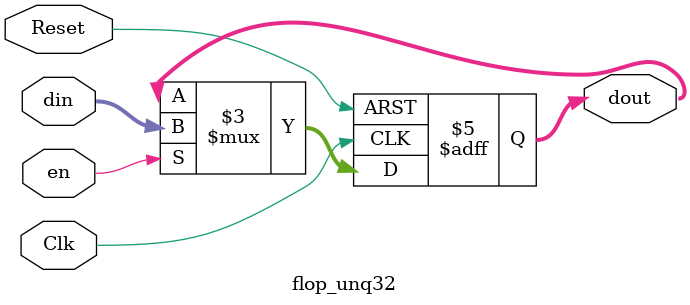
<source format=sv>

/* *****************************************************************************
 * File: flop.vp
 * 
 * Description:
 * Genesis2 flip-flop generator.
 * 
 * Required Genesis2 Controlable Parameters:
 * * Type		- Constant, Flop, RFlop, EFlop, or REFlop
 * * Width		- integer value specifying register width
 * * Default		- default value for the flop 
 *			 (only applies when flop_type=constant|rflop|reflop)
 * * SyncMode		- Sync or ASync flop * Change bar:
 * 
 * 
 * -----------
 * Date          Author   Description
 * Mar 30, 2010  shacham  init version  --  
 * May 20, 2014  jingpu   Add Async mode, change to active low reset
 * 
 * ****************************************************************************/


/*******************************************************************************
 * REQUIRED PARAMETERIZATION
 ******************************************************************************/
// Type (_GENESIS2_INHERITANCE_PRIORITY_) = REFlop
//
// Default (_GENESIS2_INHERITANCE_PRIORITY_) = 0x10e
//
// Width (_GENESIS2_INHERITANCE_PRIORITY_) = 9
//
// SyncMode (_GENESIS2_DECLARATION_PRIORITY_) = ASync
//

module flop_unq32(
	       //inputs
	       input wire logic 		   Clk,
	       input wire logic [8:0]  din,
	       input wire logic 		   Reset,
	       input wire logic 		   en,

	       //outputs
	       output logic [8:0] dout
	       );


   /* synopsys dc_tcl_script_begin
    set_dont_retime [current_design] true
    set_optimize_registers false -design [current_design]
    */
   


   
   always_ff @(posedge Clk or negedge Reset) begin
      if (!Reset) 
	dout <= 9'h10e;
      else if (en)
	dout <= din;
   end

endmodule : flop_unq32

</source>
